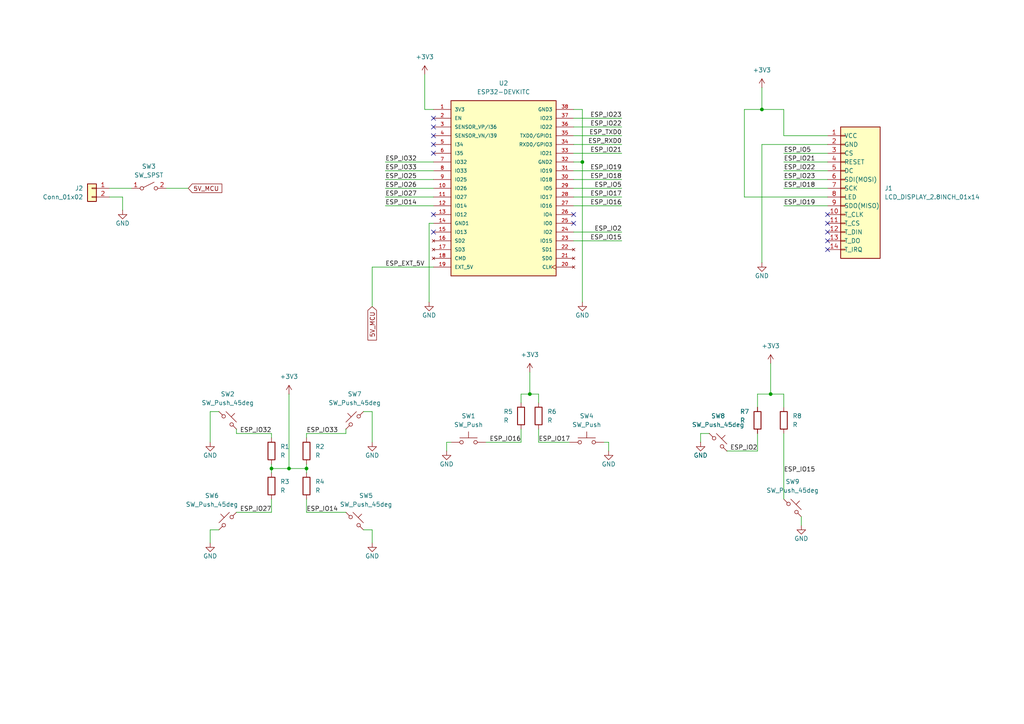
<source format=kicad_sch>
(kicad_sch (version 20231120) (generator "eeschema") (generator_version "8.0")
  (paper "A4")
  (lib_symbols
    (symbol "Connector_Generic:Conn_01x02" (pin_names (offset 1.016) hide)
      (property "Reference" "J" (at 0 2.54 0))
      (property "Value" "Conn_01x02" (at 0 -5.08 0))
      (symbol "Conn_01x02_1_1"
        (rectangle (start -1.27 -2.413) (end 0 -2.667) (stroke (width 0.1524)))
        (rectangle (start -1.27 0.127) (end 0 -0.127) (stroke (width 0.1524)))
        (rectangle (start -1.27 1.27) (end 1.27 -3.81) (stroke (width 0.254)) (fill (type background)))
        (pin passive line (at -5.08 0 0) (length 3.81) (name "Pin_1") (number "1"))
        (pin passive line (at -5.08 -2.54 0) (length 3.81) (name "Pin_2") (number "2"))
      )
    )
    (symbol "Device:R" (pin_numbers hide) (pin_names (offset 0))
      (property "Reference" "R" (at 2.032 0 90))
      (property "Value" "R" (at 0 0 90))
      (symbol "R_0_1"
        (rectangle (start -1.016 -2.54) (end 1.016 2.54) (stroke (width 0.254)))
      )
      (symbol "R_1_1"
        (pin passive line (at 0 3.81 270) (length 1.27) (name "~") (number "1"))
        (pin passive line (at 0 -3.81 90) (length 1.27) (name "~") (number "2"))
      )
    )
    (symbol "Switch:SW_Push" (pin_numbers hide) (pin_names (offset 1.016) hide)
      (property "Reference" "SW" (at 1.27 2.54 0))
      (property "Value" "SW_Push" (at 0 -1.524 0))
      (symbol "SW_Push_0_1"
        (circle (center -2.032 0) (radius 0.508))
        (polyline (pts (xy 0 1.27) (xy 0 3.048)))
        (polyline (pts (xy 2.54 1.27) (xy -2.54 1.27)))
        (circle (center 2.032 0) (radius 0.508))
        (pin passive line (at -5.08 0 0) (length 2.54) (name "1") (number "1"))
        (pin passive line (at 5.08 0 180) (length 2.54) (name "2") (number "2"))
      )
    )
    (symbol "Switch:SW_Push_45deg" (pin_numbers hide) (pin_names (offset 1.016) hide)
      (property "Reference" "SW" (at 3.048 1.016 0))
      (property "Value" "SW_Push_45deg" (at 0 -3.81 0))
      (symbol "SW_Push_45deg_0_1"
        (circle (center -1.1684 1.1684) (radius 0.508))
        (polyline (pts (xy -0.508 2.54) (xy 2.54 -0.508)))
        (polyline (pts (xy 1.016 1.016) (xy 2.032 2.032)))
        (polyline (pts (xy -2.54 2.54) (xy -1.524 1.524) (xy -1.524 1.524)))
        (polyline (pts (xy 1.524 -1.524) (xy 2.54 -2.54) (xy 2.54 -2.54) (xy 2.54 -2.54)))
        (circle (center 1.143 -1.1938) (radius 0.508))
        (pin passive line (at -2.54 2.54 0) (length 0) (name "1") (number "1"))
        (pin passive line (at 2.54 -2.54 180) (length 0) (name "2") (number "2"))
      )
    )
    (symbol "Switch:SW_SPST" (pin_names (offset 0) hide)
      (property "Reference" "SW" (at 0 3.175 0))
      (property "Value" "SW_SPST" (at 0 -2.54 0))
      (symbol "SW_SPST_0_0"
        (circle (center -2.032 0) (radius 0.508))
        (polyline (pts (xy -1.524 0.254) (xy 1.524 1.778)))
        (circle (center 2.032 0) (radius 0.508))
      )
      (symbol "SW_SPST_1_1"
        (pin passive line (at -5.08 0 0) (length 2.54) (name "A") (number "1"))
        (pin passive line (at 5.08 0 180) (length 2.54) (name "B") (number "2"))
      )
    )
    (symbol "hictros_symbol_lib:ESP32-DEVKITC" (pin_names (offset 1.016))
      (property "Reference" "U" (at -15.2572 26.0643 0))
      (property "Value" "ESP32-DEVKITC" (at -15.2563 -27.9698 0))
      (symbol "ESP32-DEVKITC_0_0"
        (rectangle (start -15.24 -25.4) (end 15.24 25.4) (stroke (width 0.254)) (fill (type background)))
        (pin power_in line (at -20.32 22.86 0) (length 5.08) (name "3V3") (number "1"))
        (pin bidirectional line (at -20.32 0 0) (length 5.08) (name "IO26") (number "10"))
        (pin bidirectional line (at -20.32 -2.54 0) (length 5.08) (name "IO27") (number "11"))
        (pin bidirectional line (at -20.32 -5.08 0) (length 5.08) (name "IO14") (number "12"))
        (pin bidirectional line (at -20.32 -7.62 0) (length 5.08) (name "IO12") (number "13"))
        (pin power_in line (at -20.32 -10.16 0) (length 5.08) (name "GND1") (number "14"))
        (pin bidirectional line (at -20.32 -12.7 0) (length 5.08) (name "IO13") (number "15"))
        (pin power_in line (at -20.32 -22.86 0) (length 5.08) (name "EXT_5V") (number "19"))
        (pin input line (at -20.32 20.32 0) (length 5.08) (name "EN") (number "2"))
        (pin bidirectional line (at 20.32 -15.24 180) (length 5.08) (name "IO15") (number "23"))
        (pin bidirectional line (at 20.32 -12.7 180) (length 5.08) (name "IO2") (number "24"))
        (pin bidirectional line (at 20.32 -10.16 180) (length 5.08) (name "IO0") (number "25"))
        (pin bidirectional line (at 20.32 -7.62 180) (length 5.08) (name "IO4") (number "26"))
        (pin bidirectional line (at 20.32 -5.08 180) (length 5.08) (name "IO16") (number "27"))
        (pin bidirectional line (at 20.32 -2.54 180) (length 5.08) (name "IO17") (number "28"))
        (pin bidirectional line (at 20.32 0 180) (length 5.08) (name "IO5") (number "29"))
        (pin bidirectional line (at 20.32 2.54 180) (length 5.08) (name "IO18") (number "30"))
        (pin bidirectional line (at 20.32 5.08 180) (length 5.08) (name "IO19") (number "31"))
        (pin power_in line (at 20.32 7.62 180) (length 5.08) (name "GND2") (number "32"))
        (pin bidirectional line (at 20.32 10.16 180) (length 5.08) (name "IO21") (number "33"))
        (pin bidirectional line (at 20.32 17.78 180) (length 5.08) (name "IO22") (number "36"))
        (pin bidirectional line (at 20.32 20.32 180) (length 5.08) (name "IO23") (number "37"))
        (pin power_in line (at 20.32 22.86 180) (length 5.08) (name "GND3") (number "38"))
        (pin bidirectional line (at -20.32 7.62 0) (length 5.08) (name "IO32") (number "7"))
        (pin bidirectional line (at -20.32 5.08 0) (length 5.08) (name "IO33") (number "8"))
        (pin bidirectional line (at -20.32 2.54 0) (length 5.08) (name "IO25") (number "9"))
      )
      (symbol "ESP32-DEVKITC_1_0"
        (pin no_connect line (at -20.32 -15.24 0) (length 5.08) (name "SD2") (number "16"))
        (pin no_connect line (at -20.32 -17.78 0) (length 5.08) (name "SD3") (number "17"))
        (pin no_connect line (at -20.32 -20.32 0) (length 5.08) (name "CMD") (number "18"))
        (pin no_connect clock (at 20.32 -22.86 180) (length 5.08) (name "CLK") (number "20"))
        (pin no_connect line (at 20.32 -20.32 180) (length 5.08) (name "SD0") (number "21"))
        (pin no_connect line (at 20.32 -17.78 180) (length 5.08) (name "SD1") (number "22"))
        (pin input line (at -20.32 17.78 0) (length 5.08) (name "SENSOR_VP/I36") (number "3"))
        (pin input line (at 20.32 12.7 180) (length 5.08) (name "RXD0/GPIO3") (number "34"))
        (pin output line (at 20.32 15.24 180) (length 5.08) (name "TXD0/GPIO1") (number "35"))
        (pin input line (at -20.32 15.24 0) (length 5.08) (name "SENSOR_VN/I39") (number "4"))
        (pin bidirectional line (at -20.32 12.7 0) (length 5.08) (name "I34") (number "5"))
        (pin bidirectional line (at -20.32 10.16 0) (length 5.08) (name "I35") (number "6"))
      )
    )
    (symbol "hictros_symbol_lib:LCD_DISPLAY_2.8INCH_01x14" (pin_names (offset 1.016))
      (property "Reference" "J" (at -2.54 19.05 0))
      (property "Value" "LCD_DISPLAY_2.8INCH_01x14" (at 3.81 -21.59 0))
      (symbol "LCD_DISPLAY_2.8INCH_01x14_1_1"
        (rectangle (start -1.27 -17.653) (end 0 -17.907) (stroke (width 0.1524)))
        (rectangle (start -1.27 -15.113) (end 0 -15.367) (stroke (width 0.1524)))
        (rectangle (start -1.27 -12.573) (end 0 -12.827) (stroke (width 0.1524)))
        (rectangle (start -1.27 -10.033) (end 0 -10.287) (stroke (width 0.1524)))
        (rectangle (start -1.27 -7.493) (end 0 -7.747) (stroke (width 0.1524)))
        (rectangle (start -1.27 -4.953) (end 0 -5.207) (stroke (width 0.1524)))
        (rectangle (start -1.27 -2.413) (end 0 -2.667) (stroke (width 0.1524)))
        (rectangle (start -1.27 0.127) (end 0 -0.127) (stroke (width 0.1524)))
        (rectangle (start -1.27 2.667) (end 0 2.413) (stroke (width 0.1524)))
        (rectangle (start -1.27 5.207) (end 0 4.953) (stroke (width 0.1524)))
        (rectangle (start -1.27 7.747) (end 0 7.493) (stroke (width 0.1524)))
        (rectangle (start -1.27 10.287) (end 0 10.033) (stroke (width 0.1524)))
        (rectangle (start -1.27 12.827) (end 0 12.573) (stroke (width 0.1524)))
        (rectangle (start -1.27 15.367) (end 0 15.113) (stroke (width 0.1524)))
        (rectangle (start -1.27 17.78) (end 10.16 -20.32) (stroke (width 0.254)) (fill (type background)))
        (pin passive line (at -5.08 15.24 0) (length 3.81) (name "VCC") (number "1"))
        (pin passive line (at -5.08 -7.62 0) (length 3.81) (name "T_CLK") (number "10"))
        (pin passive line (at -5.08 -10.16 0) (length 3.81) (name "T_CS") (number "11"))
        (pin passive line (at -5.08 -12.7 0) (length 3.81) (name "T_DIN") (number "12"))
        (pin passive line (at -5.08 -15.24 0) (length 3.81) (name "T_DO") (number "13"))
        (pin passive line (at -5.08 -17.78 0) (length 3.81) (name "T_IRQ") (number "14"))
        (pin passive line (at -5.08 12.7 0) (length 3.81) (name "GND") (number "2"))
        (pin passive line (at -5.08 10.16 0) (length 3.81) (name "CS") (number "3"))
        (pin passive line (at -5.08 7.62 0) (length 3.81) (name "RESET") (number "4"))
        (pin passive line (at -5.08 5.08 0) (length 3.81) (name "DC") (number "5"))
        (pin passive line (at -5.08 2.54 0) (length 3.81) (name "SDI(MOSI)") (number "6"))
        (pin passive line (at -5.08 0 0) (length 3.81) (name "SCK") (number "7"))
        (pin passive line (at -5.08 -2.54 0) (length 3.81) (name "LED") (number "8"))
        (pin passive line (at -5.08 -5.08 0) (length 3.81) (name "SDO(MISO)") (number "9"))
      )
    )
    (symbol "power:+3V3" (power) (pin_numbers hide) (pin_names (offset 0) hide)
      (property "Value" "+3V3" (at 0 3.556 0))
      (symbol "+3V3_0_1"
        (polyline (pts (xy -0.762 1.27) (xy 0 2.54)))
        (polyline (pts (xy 0 0) (xy 0 2.54)))
        (polyline (pts (xy 0 2.54) (xy 0.762 1.27)))
      )
      (symbol "+3V3_1_1"
        (pin power_in line (at 0 0 90) (length 0) (name "~") (number "1"))
      )
    )
    (symbol "power:GND" (power) (pin_numbers hide) (pin_names (offset 0) hide)
      (property "Value" "GND" (at 0 -3.81 0))
      (symbol "GND_0_1"
        (polyline (pts (xy 0 0) (xy 0 -1.27) (xy 1.27 -1.27) (xy 0 -2.54) (xy -1.27 -1.27) (xy 0 -1.27)))
      )
      (symbol "GND_1_1"
        (pin power_in line (at 0 0 270) (length 0) (name "~") (number "1"))
      )
    )
  )
  (junction (at 88.9 135.89))
  (junction (at 83.82 135.89))
  (junction (at 220.98 31.75))
  (junction (at 223.52 114.3))
  (junction (at 168.91 46.99))
  (junction (at 78.74 135.89))
  (junction (at 153.67 114.3))
  (no_connect (at 166.37 64.77))
  (no_connect (at 125.73 41.91))
  (no_connect (at 240.03 64.77))
  (no_connect (at 125.73 39.37))
  (no_connect (at 125.73 44.45))
  (no_connect (at 240.03 72.39))
  (no_connect (at 240.03 69.85))
  (no_connect (at 240.03 67.31))
  (no_connect (at 125.73 34.29))
  (no_connect (at 166.37 62.23))
  (no_connect (at 125.73 62.23))
  (no_connect (at 125.73 67.31))
  (no_connect (at 125.73 36.83))
  (no_connect (at 240.03 62.23))
  (wire (pts (xy 78.74 144.78) (xy 78.74 148.59)))
  (wire (pts (xy 140.97 128.27) (xy 151.13 128.27)))
  (wire (pts (xy 124.46 64.77) (xy 125.73 64.77)))
  (wire (pts (xy 240.03 54.61) (xy 227.33 54.61)))
  (wire (pts (xy 111.76 57.15) (xy 125.73 57.15)))
  (wire (pts (xy 123.19 21.59) (xy 123.19 31.75)))
  (wire (pts (xy 107.95 153.67) (xy 105.41 153.67)))
  (wire (pts (xy 111.76 59.69) (xy 125.73 59.69)))
  (wire (pts (xy 78.74 148.59) (xy 68.58 148.59)))
  (wire (pts (xy 151.13 114.3) (xy 153.67 114.3)))
  (wire (pts (xy 240.03 59.69) (xy 227.33 59.69)))
  (wire (pts (xy 107.95 157.48) (xy 107.95 153.67)))
  (wire (pts (xy 166.37 46.99) (xy 168.91 46.99)))
  (wire (pts (xy 153.67 107.95) (xy 153.67 114.3)))
  (wire (pts (xy 219.71 118.11) (xy 219.71 114.3)))
  (wire (pts (xy 223.52 114.3) (xy 227.33 114.3)))
  (wire (pts (xy 78.74 135.89) (xy 78.74 137.16)))
  (wire (pts (xy 88.9 125.73) (xy 88.9 127)))
  (wire (pts (xy 78.74 134.62) (xy 78.74 135.89)))
  (wire (pts (xy 203.2 128.27) (xy 203.2 125.73)))
  (wire (pts (xy 166.37 57.15) (xy 180.34 57.15)))
  (wire (pts (xy 176.53 128.27) (xy 175.26 128.27)))
  (wire (pts (xy 100.33 124.46) (xy 100.33 125.73)))
  (wire (pts (xy 240.03 57.15) (xy 215.9 57.15)))
  (wire (pts (xy 111.76 52.07) (xy 125.73 52.07)))
  (wire (pts (xy 220.98 25.4) (xy 220.98 31.75)))
  (wire (pts (xy 88.9 134.62) (xy 88.9 135.89)))
  (wire (pts (xy 83.82 114.3) (xy 83.82 135.89)))
  (wire (pts (xy 60.96 153.67) (xy 60.96 157.48)))
  (wire (pts (xy 78.74 135.89) (xy 83.82 135.89)))
  (wire (pts (xy 105.41 119.38) (xy 107.95 119.38)))
  (wire (pts (xy 232.41 149.86) (xy 232.41 152.4)))
  (wire (pts (xy 100.33 125.73) (xy 88.9 125.73)))
  (wire (pts (xy 215.9 31.75) (xy 215.9 57.15)))
  (wire (pts (xy 227.33 114.3) (xy 227.33 118.11)))
  (wire (pts (xy 107.95 77.47) (xy 107.95 88.9)))
  (wire (pts (xy 168.91 31.75) (xy 168.91 46.99)))
  (wire (pts (xy 68.58 125.73) (xy 68.58 124.46)))
  (wire (pts (xy 219.71 114.3) (xy 223.52 114.3)))
  (wire (pts (xy 166.37 59.69) (xy 180.34 59.69)))
  (wire (pts (xy 156.21 128.27) (xy 165.1 128.27)))
  (wire (pts (xy 166.37 54.61) (xy 180.34 54.61)))
  (wire (pts (xy 156.21 124.46) (xy 156.21 128.27)))
  (wire (pts (xy 129.54 130.81) (xy 129.54 128.27)))
  (wire (pts (xy 219.71 130.81) (xy 210.82 130.81)))
  (wire (pts (xy 240.03 49.53) (xy 227.33 49.53)))
  (wire (pts (xy 166.37 31.75) (xy 168.91 31.75)))
  (wire (pts (xy 166.37 49.53) (xy 180.34 49.53)))
  (wire (pts (xy 227.33 31.75) (xy 227.33 39.37)))
  (wire (pts (xy 124.46 64.77) (xy 124.46 87.63)))
  (wire (pts (xy 153.67 114.3) (xy 156.21 114.3)))
  (wire (pts (xy 63.5 153.67) (xy 60.96 153.67)))
  (wire (pts (xy 78.74 125.73) (xy 78.74 127)))
  (wire (pts (xy 220.98 31.75) (xy 215.9 31.75)))
  (wire (pts (xy 168.91 46.99) (xy 168.91 87.63)))
  (wire (pts (xy 203.2 125.73) (xy 205.74 125.73)))
  (wire (pts (xy 166.37 69.85) (xy 180.34 69.85)))
  (wire (pts (xy 227.33 125.73) (xy 227.33 144.78)))
  (wire (pts (xy 240.03 46.99) (xy 227.33 46.99)))
  (wire (pts (xy 111.76 54.61) (xy 125.73 54.61)))
  (wire (pts (xy 88.9 148.59) (xy 88.9 144.78)))
  (wire (pts (xy 176.53 130.81) (xy 176.53 128.27)))
  (wire (pts (xy 31.75 54.61) (xy 38.1 54.61)))
  (wire (pts (xy 107.95 119.38) (xy 107.95 128.27)))
  (wire (pts (xy 151.13 128.27) (xy 151.13 124.46)))
  (wire (pts (xy 123.19 31.75) (xy 125.73 31.75)))
  (wire (pts (xy 60.96 119.38) (xy 60.96 128.27)))
  (wire (pts (xy 240.03 52.07) (xy 227.33 52.07)))
  (wire (pts (xy 129.54 128.27) (xy 130.81 128.27)))
  (wire (pts (xy 166.37 39.37) (xy 180.34 39.37)))
  (wire (pts (xy 111.76 49.53) (xy 125.73 49.53)))
  (wire (pts (xy 220.98 41.91) (xy 220.98 76.2)))
  (wire (pts (xy 166.37 34.29) (xy 180.34 34.29)))
  (wire (pts (xy 227.33 31.75) (xy 220.98 31.75)))
  (wire (pts (xy 100.33 148.59) (xy 88.9 148.59)))
  (wire (pts (xy 88.9 135.89) (xy 88.9 137.16)))
  (wire (pts (xy 151.13 116.84) (xy 151.13 114.3)))
  (wire (pts (xy 35.56 57.15) (xy 31.75 57.15)))
  (wire (pts (xy 219.71 125.73) (xy 219.71 130.81)))
  (wire (pts (xy 240.03 44.45) (xy 227.33 44.45)))
  (wire (pts (xy 166.37 41.91) (xy 180.34 41.91)))
  (wire (pts (xy 166.37 52.07) (xy 180.34 52.07)))
  (wire (pts (xy 166.37 44.45) (xy 180.34 44.45)))
  (wire (pts (xy 107.95 77.47) (xy 125.73 77.47)))
  (wire (pts (xy 240.03 41.91) (xy 220.98 41.91)))
  (wire (pts (xy 48.26 54.61) (xy 54.61 54.61)))
  (wire (pts (xy 166.37 36.83) (xy 180.34 36.83)))
  (wire (pts (xy 111.76 46.99) (xy 125.73 46.99)))
  (wire (pts (xy 78.74 125.73) (xy 68.58 125.73)))
  (wire (pts (xy 35.56 60.96) (xy 35.56 57.15)))
  (wire (pts (xy 223.52 105.41) (xy 223.52 114.3)))
  (wire (pts (xy 166.37 67.31) (xy 180.34 67.31)))
  (wire (pts (xy 83.82 135.89) (xy 88.9 135.89)))
  (wire (pts (xy 63.5 119.38) (xy 60.96 119.38)))
  (wire (pts (xy 156.21 114.3) (xy 156.21 116.84)))
  (wire (pts (xy 240.03 39.37) (xy 227.33 39.37)))
  (label "ESP_IO18" (at 180.34 52.07 180))
  (label "ESP_IO25" (at 111.76 52.07 0))
  (label "ESP_IO23" (at 180.34 34.29 180))
  (label "ESP_IO21" (at 227.33 46.99 0))
  (label "ESP_IO23" (at 227.33 52.07 0))
  (label "ESP_IO2" (at 180.34 67.31 180))
  (label "ESP_EXT_5V" (at 111.76 77.47 0))
  (label "ESP_IO5" (at 227.33 44.45 0))
  (label "ESP_IO22" (at 180.34 36.83 180))
  (label "ESP_IO22" (at 227.33 49.53 0))
  (label "ESP_IO15" (at 227.33 137.16 0))
  (label "ESP_IO27" (at 111.76 57.15 0))
  (label "ESP_IO17" (at 156.21 128.27 0))
  (label "ESP_IO16" (at 180.34 59.69 180))
  (label "ESP_IO5" (at 180.34 54.61 180))
  (label "ESP_IO33" (at 111.76 49.53 0))
  (label "ESP_IO32" (at 78.74 125.73 180))
  (label "ESP_IO33" (at 88.9 125.73 0))
  (label "ESP_IO26" (at 111.76 54.61 0))
  (label "ESP_IO21" (at 180.34 44.45 180))
  (label "ESP_IO17" (at 180.34 57.15 180))
  (label "ESP_IO14" (at 88.9 148.59 0))
  (label "ESP_IO2" (at 219.71 130.81 180))
  (label "ESP_IO27" (at 78.74 148.59 180))
  (label "ESP_RXD0" (at 180.34 41.91 180))
  (label "ESP_TXD0" (at 180.34 39.37 180))
  (label "ESP_IO18" (at 227.33 54.61 0))
  (label "ESP_IO15" (at 180.34 69.85 180))
  (label "ESP_IO16" (at 151.13 128.27 180))
  (label "ESP_IO14" (at 111.76 59.69 0))
  (label "ESP_IO19" (at 227.33 59.69 0))
  (label "ESP_IO32" (at 111.76 46.99 0))
  (label "ESP_IO19" (at 180.34 49.53 180))
  (global_label "5V_MCU" (shape input) (at 107.95 88.9 270) (property "Intersheetrefs" "${INTERSHEET_REFS}" (effects (hide yes))))
  (global_label "5V_MCU" (shape input) (at 54.61 54.61 0) (property "Intersheetrefs" "${INTERSHEET_REFS}" (effects (hide yes))))
  (symbol (lib_id "power:GND") (at 35.56 60.96 0) (unit 1)
    (property "Reference" "#PWR07" (effects (hide yes)))
    (property "Value" "GND" (at 35.56 64.77 0))
  )
  (symbol (lib_id "Device:R") (at 151.13 120.65 0) (unit 1)
    (property "Reference" "R5" (at 146.05 119.38 0) (effects (justify left)))
    (property "Value" "R" (at 146.05 121.92 0) (effects (justify left)))
    (property "Description" "Resistor" (effects (hide yes)))
  )
  (symbol (lib_id "hictros_symbol_lib:ESP32-DEVKITC") (at 146.05 54.61 0) (unit 1)
    (property "Reference" "U2" (at 146.05 24.13 0))
    (property "Value" "ESP32-DEVKITC" (at 146.05 26.67 0))
    (property "Footprint" "hictros_footprint_lib:ESP32-DEVKITC_2sizes" (effects (hide yes)))
    (property "Description" "\nESP32-WROOM-32UE series Transceiver; 802.11 b/g/n (Wi-Fi, WiFi, WLAN), Bluetooth ® Smart Ready 4.x Dual Mode Evaluation Board\n" (effects (hide yes)))
    (property "MF" "Espressif Systems" (effects (hide yes)))
    (property "Package" "None" (effects (hide yes)))
    (property "Price" "None" (effects (hide yes)))
    (property "Check_prices" "https://www.snapeda.com/parts/ESP32-DEVKITC/Espressif+Systems/view-part/?ref=eda" (effects (hide yes)))
    (property "STANDARD" "Manufacturer Recommendations" (effects (hide yes)))
    (property "PARTREV" "N/A" (effects (hide yes)))
    (property "SnapEDA_Link" "https://www.snapeda.com/parts/ESP32-DEVKITC/Espressif+Systems/view-part/?ref=snap" (effects (hide yes)))
    (property "MP" "ESP32-DEVKITC" (effects (hide yes)))
    (property "Availability" "In Stock" (effects (hide yes)))
    (property "MANUFACTURER" "ESPRESSIF" (effects (hide yes)))
  )
  (symbol (lib_id "Switch:SW_Push") (at 135.89 128.27 0) (unit 1)
    (property "Reference" "SW1" (at 135.89 120.65 0))
    (property "Value" "SW_Push" (at 135.89 123.19 0))
    (property "Description" "Push button switch, generic, two pins" (effects (hide yes)))
  )
  (symbol (lib_id "Switch:SW_Push_45deg") (at 102.87 121.92 0) (mirror y) (unit 1)
    (property "Reference" "SW7" (at 102.87 114.3 0))
    (property "Value" "SW_Push_45deg" (at 102.87 116.84 0))
    (property "Description" "Push button switch, normally open, two pins, 45° tilted" (effects (hide yes)))
  )
  (symbol (lib_id "Device:R") (at 88.9 130.81 0) (unit 1)
    (property "Reference" "R2" (at 91.44 129.5399 0) (effects (justify left)))
    (property "Value" "R" (at 91.44 132.0799 0) (effects (justify left)))
    (property "Description" "Resistor" (effects (hide yes)))
  )
  (symbol (lib_id "Switch:SW_Push_45deg") (at 208.28 128.27 0) (unit 1)
    (property "Reference" "SW8" (at 208.28 120.65 0))
    (property "Value" "SW_Push_45deg" (at 208.28 123.19 0))
    (property "Description" "Push button switch, normally open, two pins, 45° tilted" (effects (hide yes)))
  )
  (symbol (lib_id "Device:R") (at 227.33 121.92 0) (unit 1)
    (property "Reference" "R8" (at 229.87 120.6499 0) (effects (justify left)))
    (property "Value" "R" (at 229.87 123.1899 0) (effects (justify left)))
    (property "Description" "Resistor" (effects (hide yes)))
  )
  (symbol (lib_id "power:+3V3") (at 220.98 25.4 0) (mirror y) (unit 1)
    (property "Reference" "#PWR06" (effects (hide yes)))
    (property "Value" "+3V3" (at 220.98 20.32 0))
    (property "Description" "Power symbol creates a global label with name \"+3V3\"" (effects (hide yes)))
  )
  (symbol (lib_id "power:GND") (at 203.2 128.27 0) (unit 1)
    (property "Reference" "#PWR017" (effects (hide yes)))
    (property "Value" "GND" (at 203.2 132.08 0))
  )
  (symbol (lib_id "power:GND") (at 107.95 157.48 0) (unit 1)
    (property "Reference" "#PWR011" (effects (hide yes)))
    (property "Value" "GND" (at 107.95 161.29 0))
  )
  (symbol (lib_id "Switch:SW_SPST") (at 43.18 54.61 0) (unit 1)
    (property "Reference" "SW3" (at 43.18 48.26 0))
    (property "Value" "SW_SPST" (at 43.18 50.8 0))
    (property "Description" "Single Pole Single Throw (SPST) switch" (effects (hide yes)))
  )
  (symbol (lib_id "power:+3V3") (at 123.19 21.59 0) (unit 1)
    (property "Reference" "#PWR02" (effects (hide yes)))
    (property "Value" "+3V3" (at 123.19 16.51 0))
    (property "Description" "Power symbol creates a global label with name \"+3V3\"" (effects (hide yes)))
  )
  (symbol (lib_id "power:GND") (at 176.53 130.81 0) (unit 1)
    (property "Reference" "#PWR014" (effects (hide yes)))
    (property "Value" "GND" (at 176.53 134.62 0))
  )
  (symbol (lib_id "power:GND") (at 124.46 87.63 0) (unit 1)
    (property "Reference" "#PWR04" (effects (hide yes)))
    (property "Value" "GND" (at 124.46 91.44 0))
  )
  (symbol (lib_id "Device:R") (at 78.74 140.97 0) (unit 1)
    (property "Reference" "R3" (at 81.28 139.6999 0) (effects (justify left)))
    (property "Value" "R" (at 81.28 142.2399 0) (effects (justify left)))
    (property "Description" "Resistor" (effects (hide yes)))
  )
  (symbol (lib_id "Device:R") (at 156.21 120.65 0) (unit 1)
    (property "Reference" "R6" (at 158.75 119.3799 0) (effects (justify left)))
    (property "Value" "R" (at 158.75 121.9199 0) (effects (justify left)))
    (property "Description" "Resistor" (effects (hide yes)))
  )
  (symbol (lib_id "Switch:SW_Push_45deg") (at 102.87 151.13 0) (unit 1)
    (property "Reference" "SW5" (at 106.172 143.764 0))
    (property "Value" "SW_Push_45deg" (at 106.172 146.304 0))
    (property "Description" "Push button switch, normally open, two pins, 45° tilted" (effects (hide yes)))
  )
  (symbol (lib_id "power:GND") (at 129.54 130.81 0) (unit 1)
    (property "Reference" "#PWR013" (effects (hide yes)))
    (property "Value" "GND" (at 129.54 134.62 0))
  )
  (symbol (lib_id "power:GND") (at 232.41 152.4 0) (unit 1)
    (property "Reference" "#PWR016" (effects (hide yes)))
    (property "Value" "GND" (at 232.41 156.21 0))
  )
  (symbol (lib_id "Device:R") (at 88.9 140.97 0) (unit 1)
    (property "Reference" "R4" (at 91.44 139.6999 0) (effects (justify left)))
    (property "Value" "R" (at 91.44 142.2399 0) (effects (justify left)))
    (property "Description" "Resistor" (effects (hide yes)))
  )
  (symbol (lib_id "power:GND") (at 60.96 157.48 0) (unit 1)
    (property "Reference" "#PWR010" (effects (hide yes)))
    (property "Value" "GND" (at 60.96 161.29 0))
  )
  (symbol (lib_id "Switch:SW_Push") (at 170.18 128.27 0) (unit 1)
    (property "Reference" "SW4" (at 170.18 120.65 0))
    (property "Value" "SW_Push" (at 170.18 123.19 0))
    (property "Description" "Push button switch, generic, two pins" (effects (hide yes)))
  )
  (symbol (lib_id "hictros_symbol_lib:LCD_DISPLAY_2.8INCH_01x14") (at 245.11 54.61 0) (unit 1)
    (property "Reference" "J1" (at 256.54 54.6099 0) (effects (justify left)))
    (property "Value" "LCD_DISPLAY_2.8INCH_01x14" (at 256.54 57.1499 0) (effects (justify left)))
    (property "Datasheet" "https://robu.in/product/2-8-inch-spi-touch-screen-module-tft-interface-240320/" (effects (hide yes)))
    (property "Description" "Generic connector, single row, 01x14, script generated (kicad-library-utils/schlib/autogen/connector/)" (effects (hide yes)))
  )
  (symbol (lib_id "Connector_Generic:Conn_01x02") (at 26.67 54.61 0) (mirror y) (unit 1)
    (property "Reference" "J2" (at 24.13 54.6099 0) (effects (justify left)))
    (property "Value" "Conn_01x02" (at 24.13 57.1499 0) (effects (justify left)))
    (property "Description" "Generic connector, single row, 01x02, script generated (kicad-library-utils/schlib/autogen/connector/)" (effects (hide yes)))
  )
  (symbol (lib_id "power:+3V3") (at 83.82 114.3 0) (unit 1)
    (property "Reference" "#PWR01" (effects (hide yes)))
    (property "Value" "+3V3" (at 83.82 109.22 0))
    (property "Description" "Power symbol creates a global label with name \"+3V3\"" (effects (hide yes)))
  )
  (symbol (lib_id "Device:R") (at 78.74 130.81 0) (unit 1)
    (property "Reference" "R1" (at 81.28 129.5399 0) (effects (justify left)))
    (property "Value" "R" (at 81.28 132.0799 0) (effects (justify left)))
    (property "Description" "Resistor" (effects (hide yes)))
  )
  (symbol (lib_id "power:GND") (at 220.98 76.2 0) (mirror y) (unit 1)
    (property "Reference" "#PWR03" (effects (hide yes)))
    (property "Value" "GND" (at 220.98 80.01 0))
  )
  (symbol (lib_id "power:+3V3") (at 153.67 107.95 0) (unit 1)
    (property "Reference" "#PWR012" (effects (hide yes)))
    (property "Value" "+3V3" (at 153.67 102.87 0))
    (property "Description" "Power symbol creates a global label with name \"+3V3\"" (effects (hide yes)))
  )
  (symbol (lib_id "Switch:SW_Push_45deg") (at 66.04 151.13 0) (mirror y) (unit 1)
    (property "Reference" "SW6" (at 61.468 143.764 0))
    (property "Value" "SW_Push_45deg" (at 61.468 146.304 0))
    (property "Description" "Push button switch, normally open, two pins, 45° tilted" (effects (hide yes)))
  )
  (symbol (lib_id "power:GND") (at 60.96 128.27 0) (unit 1)
    (property "Reference" "#PWR08" (effects (hide yes)))
    (property "Value" "GND" (at 60.96 132.08 0))
  )
  (symbol (lib_id "Switch:SW_Push_45deg") (at 66.04 121.92 0) (unit 1)
    (property "Reference" "SW2" (at 66.04 114.3 0))
    (property "Value" "SW_Push_45deg" (at 66.04 116.84 0))
    (property "Description" "Push button switch, normally open, two pins, 45° tilted" (effects (hide yes)))
  )
  (symbol (lib_id "Device:R") (at 219.71 121.92 0) (unit 1)
    (property "Reference" "R7" (at 214.63 119.38 0) (effects (justify left)))
    (property "Value" "R" (at 214.63 121.92 0) (effects (justify left)))
    (property "Description" "Resistor" (effects (hide yes)))
  )
  (symbol (lib_id "power:GND") (at 168.91 87.63 0) (unit 1)
    (property "Reference" "#PWR05" (effects (hide yes)))
    (property "Value" "GND" (at 168.91 91.44 0))
  )
  (symbol (lib_id "Switch:SW_Push_45deg") (at 229.87 147.32 0) (unit 1)
    (property "Reference" "SW9" (at 229.87 139.7 0))
    (property "Value" "SW_Push_45deg" (at 229.87 142.24 0))
    (property "Description" "Push button switch, normally open, two pins, 45° tilted" (effects (hide yes)))
  )
  (symbol (lib_id "power:+3V3") (at 223.52 105.41 0) (unit 1)
    (property "Reference" "#PWR015" (effects (hide yes)))
    (property "Value" "+3V3" (at 223.52 100.33 0))
    (property "Description" "Power symbol creates a global label with name \"+3V3\"" (effects (hide yes)))
  )
  (symbol (lib_id "power:GND") (at 107.95 128.27 0) (unit 1)
    (property "Reference" "#PWR09" (effects (hide yes)))
    (property "Value" "GND" (at 107.95 132.08 0))
  )
)
</source>
